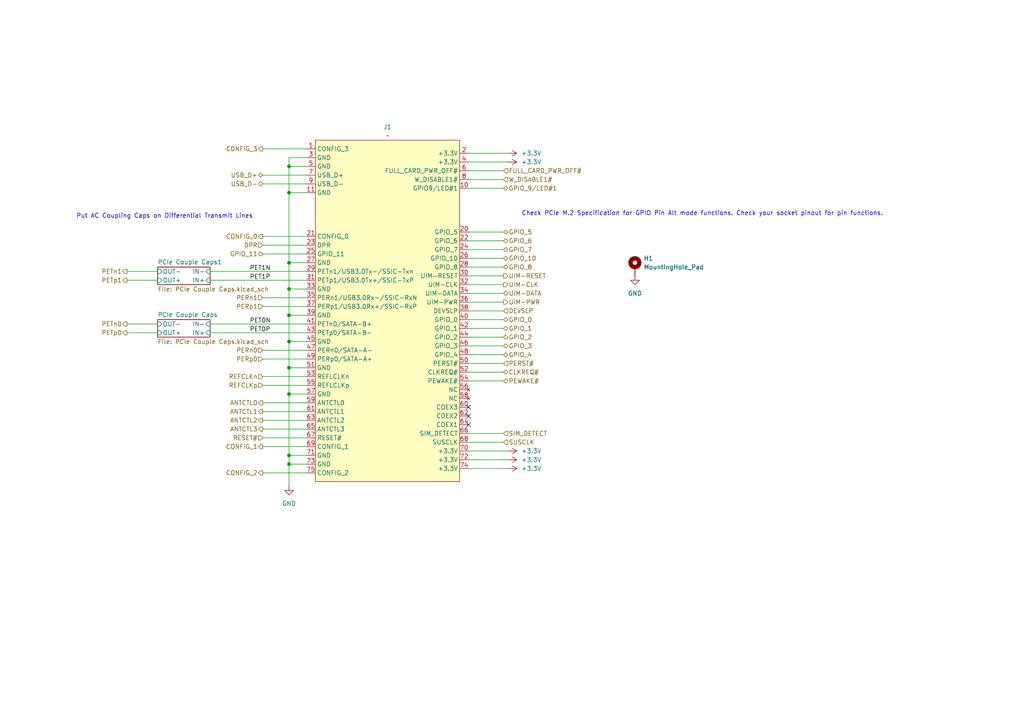
<source format=kicad_sch>
(kicad_sch (version 20250114) (generator "eeschema") (generator_version "9.0")
  (paper "A4")
  (lib_symbols
    (symbol "Mechanical:MountingHole_Pad" (pin_numbers (hide yes)) (pin_names (offset 1.016) (hide yes)) (in_bom no)
      (property "Reference" "H" (at 0 6.35 0))
      (property "Value" "MountingHole_Pad" (at 0 4.445 0))
      (symbol "MountingHole_Pad_0_1"
        (circle (center 0 1.27) (radius 1.27) (stroke (width 1.27)))
      )
      (symbol "MountingHole_Pad_1_1"
        (pin input line (at 0 -2.54 90) (length 2.54) (name "1") (number "1"))
      )
    )
    (symbol "PCIexpress:M.2_B_Key"
      (property "Reference" "J" (at 0 0 0))
      (symbol "M.2_B_Key_0_1"
        (rectangle (start -20.32 -5.08) (end 21.59 -104.14) (fill (type background)))
      )
      (symbol "M.2_B_Key_1_1"
        (pin bidirectional line (at -22.86 -7.62 0) (length 2.54) (name "CONFIG_3") (number "1"))
        (pin power_in line (at -22.86 -10.16 0) (length 2.54) (name "GND") (number "3"))
        (pin power_in line (at -22.86 -12.7 0) (length 2.54) (name "GND") (number "5"))
        (pin bidirectional line (at -22.86 -15.24 0) (length 2.54) (name "USB_D+") (number "7"))
        (pin bidirectional line (at -22.86 -17.78 0) (length 2.54) (name "USB_D-") (number "9"))
        (pin power_in line (at -22.86 -20.32 0) (length 2.54) (name "GND") (number "11"))
        (pin bidirectional line (at -22.86 -33.02 0) (length 2.54) (name "CONFIG_0") (number "21"))
        (pin input line (at -22.86 -35.56 0) (length 2.54) (name "DPR") (number "23"))
        (pin bidirectional line (at -22.86 -38.1 0) (length 2.54) (name "GPIO_11") (number "25"))
        (pin power_in line (at -22.86 -40.64 0) (length 2.54) (name "GND") (number "27"))
        (pin unspecified line (at -22.86 -43.18 0) (length 2.54) (name "PETn1/USB3.0Tx-/SSIC-Txn") (number "29"))
        (pin unspecified line (at -22.86 -45.72 0) (length 2.54) (name "PETp1/USB3.0Tx+/SSIC-TxP") (number "31"))
        (pin power_in line (at -22.86 -48.26 0) (length 2.54) (name "GND") (number "33"))
        (pin input line (at -22.86 -50.8 0) (length 2.54) (name "PERn1/USB3.0Rx-/SSIC-RxN") (number "35"))
        (pin input line (at -22.86 -53.34 0) (length 2.54) (name "PERp1/USB3.0Rx+/SSIC-RxP") (number "37"))
        (pin power_in line (at -22.86 -55.88 0) (length 2.54) (name "GND") (number "39"))
        (pin output line (at -22.86 -58.42 0) (length 2.54) (name "PETn0/SATA-B+") (number "41"))
        (pin output line (at -22.86 -60.96 0) (length 2.54) (name "PETp0/SATA-B-") (number "43"))
        (pin power_in line (at -22.86 -63.5 0) (length 2.54) (name "GND") (number "45"))
        (pin input line (at -22.86 -66.04 0) (length 2.54) (name "PERn0/SATA-A-") (number "47"))
        (pin input line (at -22.86 -68.58 0) (length 2.54) (name "PERp0/SATA-A+") (number "49"))
        (pin power_in line (at -22.86 -71.12 0) (length 2.54) (name "GND") (number "51"))
        (pin input line (at -22.86 -73.66 0) (length 2.54) (name "REFLCLKn") (number "53"))
        (pin input line (at -22.86 -76.2 0) (length 2.54) (name "REFLCLKp") (number "55"))
        (pin power_in line (at -22.86 -78.74 0) (length 2.54) (name "GND") (number "57"))
        (pin output line (at -22.86 -81.28 0) (length 2.54) (name "ANTCTL0") (number "59"))
        (pin output line (at -22.86 -83.82 0) (length 2.54) (name "ANTCTL1") (number "61"))
        (pin output line (at -22.86 -86.36 0) (length 2.54) (name "ANTCTL2") (number "63"))
        (pin output line (at -22.86 -88.9 0) (length 2.54) (name "ANTCTL3") (number "65"))
        (pin input line (at -22.86 -91.44 0) (length 2.54) (name "RESET#") (number "67"))
        (pin bidirectional line (at -22.86 -93.98 0) (length 2.54) (name "CONFIG_1") (number "69"))
        (pin power_in line (at -22.86 -96.52 0) (length 2.54) (name "GND") (number "71"))
        (pin power_in line (at -22.86 -99.06 0) (length 2.54) (name "GND") (number "73"))
        (pin bidirectional line (at -22.86 -101.6 0) (length 2.54) (name "CONFIG_2") (number "75"))
        (pin power_in line (at 24.13 -8.89 180) (length 2.54) (name "+3.3V") (number "2"))
        (pin power_in line (at 24.13 -11.43 180) (length 2.54) (name "+3.3V") (number "4"))
        (pin input line (at 24.13 -13.97 180) (length 2.54) (name "FULL_CARD_PWR_OFF#") (number "6"))
        (pin input line (at 24.13 -16.51 180) (length 2.54) (name "W_DISABLE1#") (number "8"))
        (pin bidirectional line (at 24.13 -19.05 180) (length 2.54) (name "GPIO9/LED#1") (number "10"))
        (pin bidirectional line (at 24.13 -31.75 180) (length 2.54) (name "GPIO_5") (number "20"))
        (pin bidirectional line (at 24.13 -34.29 180) (length 2.54) (name "GPIO_6") (number "22"))
        (pin bidirectional line (at 24.13 -36.83 180) (length 2.54) (name "GPIO_7") (number "24"))
        (pin bidirectional line (at 24.13 -39.37 180) (length 2.54) (name "GPIO_10") (number "26"))
        (pin bidirectional line (at 24.13 -41.91 180) (length 2.54) (name "GPIO_8") (number "28"))
        (pin output line (at 24.13 -44.45 180) (length 2.54) (name "UIM-RESET") (number "30"))
        (pin output line (at 24.13 -46.99 180) (length 2.54) (name "UIM-CLK") (number "32"))
        (pin bidirectional line (at 24.13 -49.53 180) (length 2.54) (name "UIM-DATA") (number "34"))
        (pin output line (at 24.13 -52.07 180) (length 2.54) (name "UIM-PWR") (number "36"))
        (pin input line (at 24.13 -54.61 180) (length 2.54) (name "DEVSLP") (number "38"))
        (pin bidirectional line (at 24.13 -57.15 180) (length 2.54) (name "GPIO_0") (number "40"))
        (pin bidirectional line (at 24.13 -59.69 180) (length 2.54) (name "GPIO_1") (number "42"))
        (pin bidirectional line (at 24.13 -62.23 180) (length 2.54) (name "GPIO_2") (number "44"))
        (pin bidirectional line (at 24.13 -64.77 180) (length 2.54) (name "GPIO_3") (number "46"))
        (pin bidirectional line (at 24.13 -67.31 180) (length 2.54) (name "GPIO_4") (number "48"))
        (pin input line (at 24.13 -69.85 180) (length 2.54) (name "PERST#") (number "50"))
        (pin bidirectional line (at 24.13 -72.39 180) (length 2.54) (name "CLKREQ#") (number "52"))
        (pin bidirectional line (at 24.13 -74.93 180) (length 2.54) (name "PEWAKE#") (number "54"))
        (pin no_connect line (at 24.13 -77.47 180) (length 2.54) (name "NC") (number "56"))
        (pin no_connect line (at 24.13 -80.01 180) (length 2.54) (name "NC") (number "58"))
        (pin bidirectional line (at 24.13 -82.55 180) (length 2.54) (name "COEX3") (number "60"))
        (pin bidirectional line (at 24.13 -85.09 180) (length 2.54) (name "COEX2") (number "62"))
        (pin bidirectional line (at 24.13 -87.63 180) (length 2.54) (name "COEX1") (number "64"))
        (pin input line (at 24.13 -90.17 180) (length 2.54) (name "SIM_DETECT") (number "66"))
        (pin input line (at 24.13 -92.71 180) (length 2.54) (name "SUSCLK") (number "68"))
        (pin power_in line (at 24.13 -95.25 180) (length 2.54) (name "+3.3V") (number "70"))
        (pin power_in line (at 24.13 -97.79 180) (length 2.54) (name "+3.3V") (number "72"))
        (pin power_in line (at 24.13 -100.33 180) (length 2.54) (name "+3.3V") (number "74"))
      )
    )
    (symbol "power:+3.3V" (power) (pin_numbers (hide yes)) (pin_names (offset 0) (hide yes))
      (property "Value" "+3.3V" (at 0 3.556 0))
      (symbol "+3.3V_0_1"
        (polyline (pts (xy -0.762 1.27) (xy 0 2.54)))
        (polyline (pts (xy 0 2.54) (xy 0.762 1.27)))
        (polyline (pts (xy 0 0) (xy 0 2.54)))
      )
      (symbol "+3.3V_1_1"
        (pin power_in line (at 0 0 90) (length 0) (name "~") (number "1"))
      )
    )
    (symbol "power:GND" (power) (pin_numbers (hide yes)) (pin_names (offset 0) (hide yes))
      (property "Value" "GND" (at 0 -3.81 0))
      (symbol "GND_0_1"
        (polyline (pts (xy 0 0) (xy 0 -1.27) (xy 1.27 -1.27) (xy 0 -2.54) (xy -1.27 -1.27) (xy 0 -1.27)))
      )
      (symbol "GND_1_1"
        (pin power_in line (at 0 0 270) (length 0) (name "~") (number "1"))
      )
    )
  )
  (text "Check PCIe M.2 Specification for GPIO Pin Alt mode functions. Check your socket pinout for pin functions." (at 203.708 61.976 0) (effects (font (size 1.27 1.27))))
  (text "Put AC Coupling Caps on Differential Transmit Lines" (at 47.752 62.738 0) (effects (font (size 1.27 1.27))))
  (junction (at 83.82 48.26))
  (junction (at 83.82 91.44))
  (junction (at 83.82 83.82))
  (junction (at 83.82 99.06))
  (junction (at 83.82 134.62))
  (junction (at 83.82 132.08))
  (junction (at 83.82 114.3))
  (junction (at 83.82 76.2))
  (junction (at 83.82 55.88))
  (junction (at 83.82 106.68))
  (no_connect (at 135.89 118.11))
  (no_connect (at 135.89 120.65))
  (no_connect (at 135.89 123.19))
  (wire (pts (xy 135.89 77.47) (xy 146.05 77.47)))
  (wire (pts (xy 76.2 127) (xy 88.9 127)))
  (wire (pts (xy 135.89 125.73) (xy 146.05 125.73)))
  (wire (pts (xy 88.9 99.06) (xy 83.82 99.06)))
  (wire (pts (xy 135.89 102.87) (xy 146.05 102.87)))
  (wire (pts (xy 60.96 93.98) (xy 88.9 93.98)))
  (wire (pts (xy 76.2 71.12) (xy 88.9 71.12)))
  (wire (pts (xy 83.82 76.2) (xy 83.82 83.82)))
  (wire (pts (xy 135.89 87.63) (xy 146.05 87.63)))
  (wire (pts (xy 76.2 111.76) (xy 88.9 111.76)))
  (wire (pts (xy 135.89 95.25) (xy 146.05 95.25)))
  (wire (pts (xy 36.83 78.74) (xy 45.72 78.74)))
  (wire (pts (xy 135.89 54.61) (xy 146.05 54.61)))
  (wire (pts (xy 76.2 50.8) (xy 88.9 50.8)))
  (wire (pts (xy 83.82 132.08) (xy 83.82 134.62)))
  (wire (pts (xy 135.89 85.09) (xy 146.05 85.09)))
  (wire (pts (xy 83.82 114.3) (xy 83.82 132.08)))
  (wire (pts (xy 135.89 97.79) (xy 146.05 97.79)))
  (wire (pts (xy 76.2 86.36) (xy 88.9 86.36)))
  (wire (pts (xy 135.89 80.01) (xy 146.05 80.01)))
  (wire (pts (xy 88.9 55.88) (xy 83.82 55.88)))
  (wire (pts (xy 135.89 92.71) (xy 146.05 92.71)))
  (wire (pts (xy 76.2 119.38) (xy 88.9 119.38)))
  (wire (pts (xy 76.2 68.58) (xy 88.9 68.58)))
  (wire (pts (xy 76.2 88.9) (xy 88.9 88.9)))
  (wire (pts (xy 135.89 49.53) (xy 146.05 49.53)))
  (wire (pts (xy 36.83 96.52) (xy 45.72 96.52)))
  (wire (pts (xy 88.9 48.26) (xy 83.82 48.26)))
  (wire (pts (xy 60.96 96.52) (xy 88.9 96.52)))
  (wire (pts (xy 88.9 45.72) (xy 83.82 45.72)))
  (wire (pts (xy 135.89 69.85) (xy 146.05 69.85)))
  (wire (pts (xy 88.9 83.82) (xy 83.82 83.82)))
  (wire (pts (xy 135.89 128.27) (xy 146.05 128.27)))
  (wire (pts (xy 88.9 132.08) (xy 83.82 132.08)))
  (wire (pts (xy 135.89 105.41) (xy 146.05 105.41)))
  (wire (pts (xy 76.2 73.66) (xy 88.9 73.66)))
  (wire (pts (xy 76.2 116.84) (xy 88.9 116.84)))
  (wire (pts (xy 83.82 134.62) (xy 83.82 140.97)))
  (wire (pts (xy 88.9 76.2) (xy 83.82 76.2)))
  (wire (pts (xy 76.2 137.16) (xy 88.9 137.16)))
  (wire (pts (xy 88.9 134.62) (xy 83.82 134.62)))
  (wire (pts (xy 88.9 114.3) (xy 83.82 114.3)))
  (wire (pts (xy 83.82 99.06) (xy 83.82 106.68)))
  (wire (pts (xy 135.89 82.55) (xy 146.05 82.55)))
  (wire (pts (xy 135.89 100.33) (xy 146.05 100.33)))
  (wire (pts (xy 83.82 91.44) (xy 83.82 99.06)))
  (wire (pts (xy 76.2 129.54) (xy 88.9 129.54)))
  (wire (pts (xy 76.2 101.6) (xy 88.9 101.6)))
  (wire (pts (xy 135.89 130.81) (xy 147.32 130.81)))
  (wire (pts (xy 135.89 44.45) (xy 147.32 44.45)))
  (wire (pts (xy 135.89 67.31) (xy 146.05 67.31)))
  (wire (pts (xy 88.9 106.68) (xy 83.82 106.68)))
  (wire (pts (xy 83.82 55.88) (xy 83.82 76.2)))
  (wire (pts (xy 76.2 124.46) (xy 88.9 124.46)))
  (wire (pts (xy 83.82 106.68) (xy 83.82 114.3)))
  (wire (pts (xy 135.89 90.17) (xy 146.05 90.17)))
  (wire (pts (xy 135.89 74.93) (xy 146.05 74.93)))
  (wire (pts (xy 76.2 121.92) (xy 88.9 121.92)))
  (wire (pts (xy 36.83 93.98) (xy 45.72 93.98)))
  (wire (pts (xy 88.9 91.44) (xy 83.82 91.44)))
  (wire (pts (xy 135.89 72.39) (xy 146.05 72.39)))
  (wire (pts (xy 83.82 45.72) (xy 83.82 48.26)))
  (wire (pts (xy 36.83 81.28) (xy 45.72 81.28)))
  (wire (pts (xy 60.96 81.28) (xy 88.9 81.28)))
  (wire (pts (xy 135.89 133.35) (xy 147.32 133.35)))
  (wire (pts (xy 135.89 135.89) (xy 147.32 135.89)))
  (wire (pts (xy 76.2 104.14) (xy 88.9 104.14)))
  (wire (pts (xy 76.2 43.18) (xy 88.9 43.18)))
  (wire (pts (xy 83.82 48.26) (xy 83.82 55.88)))
  (wire (pts (xy 76.2 53.34) (xy 88.9 53.34)))
  (wire (pts (xy 60.96 78.74) (xy 88.9 78.74)))
  (wire (pts (xy 135.89 52.07) (xy 146.05 52.07)))
  (wire (pts (xy 83.82 83.82) (xy 83.82 91.44)))
  (wire (pts (xy 135.89 46.99) (xy 147.32 46.99)))
  (wire (pts (xy 76.2 109.22) (xy 88.9 109.22)))
  (wire (pts (xy 135.89 110.49) (xy 146.05 110.49)))
  (wire (pts (xy 135.89 107.95) (xy 146.05 107.95)))
  (label "PET0N" (at 72.39 93.98 0))
  (label "PET1N" (at 72.39 78.74 0))
  (label "PET0P" (at 72.39 96.52 0))
  (label "PET1P" (at 72.39 81.28 0))
  (hierarchical_label "PETp0" (shape output) (at 36.83 96.52 180))
  (hierarchical_label "CONFIG_0" (shape output) (at 76.2 68.58 180))
  (hierarchical_label "UIM-PWR" (shape output) (at 146.05 87.63 0))
  (hierarchical_label "UIM-RESET" (shape output) (at 146.05 80.01 0))
  (hierarchical_label "PETn1" (shape output) (at 36.83 78.74 180))
  (hierarchical_label "PERp0" (shape input) (at 76.2 104.14 180))
  (hierarchical_label "DEVSLP" (shape input) (at 146.05 90.17 0))
  (hierarchical_label "PERn0" (shape input) (at 76.2 101.6 180))
  (hierarchical_label "GPIO_1" (shape bidirectional) (at 146.05 95.25 0))
  (hierarchical_label "GPIO_10" (shape bidirectional) (at 146.05 74.93 0))
  (hierarchical_label "DPR" (shape input) (at 76.2 71.12 180))
  (hierarchical_label "PETn0" (shape output) (at 36.83 93.98 180))
  (hierarchical_label "REFCLKp" (shape input) (at 76.2 111.76 180))
  (hierarchical_label "GPIO_7" (shape bidirectional) (at 146.05 72.39 0))
  (hierarchical_label "SIM_DETECT" (shape input) (at 146.05 125.73 0))
  (hierarchical_label "GPIO_0" (shape bidirectional) (at 146.05 92.71 0))
  (hierarchical_label "PETp1" (shape output) (at 36.83 81.28 180))
  (hierarchical_label "GPIO_4" (shape bidirectional) (at 146.05 102.87 0))
  (hierarchical_label "ANTCTL2" (shape output) (at 76.2 121.92 180))
  (hierarchical_label "ANTCTL0" (shape output) (at 76.2 116.84 180))
  (hierarchical_label "SUSCLK" (shape input) (at 146.05 128.27 0))
  (hierarchical_label "CONFIG_3" (shape output) (at 76.2 43.18 180))
  (hierarchical_label "UIM-CLK" (shape output) (at 146.05 82.55 0))
  (hierarchical_label "PEWAKE#" (shape bidirectional) (at 146.05 110.49 0))
  (hierarchical_label "PERp1" (shape input) (at 76.2 88.9 180))
  (hierarchical_label "FULL_CARD_PWR_OFF#" (shape input) (at 146.05 49.53 0))
  (hierarchical_label "PERST#" (shape input) (at 146.05 105.41 0))
  (hierarchical_label "RESET#" (shape input) (at 76.2 127 180))
  (hierarchical_label "GPIO_11" (shape bidirectional) (at 76.2 73.66 180))
  (hierarchical_label "GPIO_6" (shape bidirectional) (at 146.05 69.85 0))
  (hierarchical_label "CLKREQ#" (shape bidirectional) (at 146.05 107.95 0))
  (hierarchical_label "USB_D+" (shape bidirectional) (at 76.2 50.8 180))
  (hierarchical_label "W_DISABLE1#" (shape input) (at 146.05 52.07 0))
  (hierarchical_label "GPIO_8" (shape bidirectional) (at 146.05 77.47 0))
  (hierarchical_label "USB_D-" (shape bidirectional) (at 76.2 53.34 180))
  (hierarchical_label "GPIO_2" (shape bidirectional) (at 146.05 97.79 0))
  (hierarchical_label "ANTCTL3" (shape output) (at 76.2 124.46 180))
  (hierarchical_label "REFCLKn" (shape input) (at 76.2 109.22 180))
  (hierarchical_label "UIM-DATA" (shape bidirectional) (at 146.05 85.09 0))
  (hierarchical_label "ANTCTL1" (shape output) (at 76.2 119.38 180))
  (hierarchical_label "PERn1" (shape input) (at 76.2 86.36 180))
  (hierarchical_label "CONFIG_2" (shape output) (at 76.2 137.16 180))
  (hierarchical_label "GPIO_9/LED#1" (shape bidirectional) (at 146.05 54.61 0))
  (hierarchical_label "CONFIG_1" (shape output) (at 76.2 129.54 180))
  (hierarchical_label "GPIO_5" (shape bidirectional) (at 146.05 67.31 0))
  (hierarchical_label "GPIO_3" (shape bidirectional) (at 146.05 100.33 0))
  (symbol (lib_id "power:+3.3V") (at 147.32 133.35 270) (unit 1)
    (property "Reference" "#PWR04" (effects (hide yes)))
    (property "Value" "+3.3V" (at 151.13 133.3499 90) (effects (justify left)))
    (property "Description" "Power symbol creates a global label with name \"+3.3V\"" (effects (hide yes)))
  )
  (symbol (lib_id "power:GND") (at 83.82 140.97 0) (unit 1)
    (property "Reference" "#PWR02" (effects (hide yes)))
    (property "Value" "GND" (at 83.82 146.05 0))
    (property "Description" "Power symbol creates a global label with name \"GND\" , ground" (effects (hide yes)))
  )
  (symbol (lib_id "power:+3.3V") (at 147.32 130.81 270) (unit 1)
    (property "Reference" "#PWR05" (effects (hide yes)))
    (property "Value" "+3.3V" (at 151.13 130.8099 90) (effects (justify left)))
    (property "Description" "Power symbol creates a global label with name \"+3.3V\"" (effects (hide yes)))
  )
  (symbol (lib_id "power:+3.3V") (at 147.32 44.45 270) (unit 1)
    (property "Reference" "#PWR06" (effects (hide yes)))
    (property "Value" "+3.3V" (at 151.13 44.4499 90) (effects (justify left)))
    (property "Description" "Power symbol creates a global label with name \"+3.3V\"" (effects (hide yes)))
  )
  (symbol (lib_id "power:+3.3V") (at 147.32 135.89 270) (unit 1)
    (property "Reference" "#PWR03" (effects (hide yes)))
    (property "Value" "+3.3V" (at 151.13 135.8899 90) (effects (justify left)))
    (property "Description" "Power symbol creates a global label with name \"+3.3V\"" (effects (hide yes)))
  )
  (symbol (lib_id "power:GND") (at 184.15 80.01 0) (unit 1)
    (property "Reference" "#PWR01" (effects (hide yes)))
    (property "Value" "GND" (at 184.15 85.09 0))
    (property "Description" "Power symbol creates a global label with name \"GND\" , ground" (effects (hide yes)))
  )
  (symbol (lib_id "PCIexpress:M.2_B_Key") (at 111.76 35.56 0) (unit 1)
    (property "Reference" "J1" (at 112.395 36.83 0))
    (property "Value" "~" (at 112.395 39.37 0))
    (property "Footprint" "PCIexpress:M.2 B Key Connector" (effects (hide yes)))
    (property "Note" "Check PCIe M.2 Specification for Pin Alt mode functions. Check your socket pinout for pin functions." (effects (hide yes)))
  )
  (symbol (lib_id "power:+3.3V") (at 147.32 46.99 270) (unit 1)
    (property "Reference" "#PWR07" (effects (hide yes)))
    (property "Value" "+3.3V" (at 151.13 46.9899 90) (effects (justify left)))
    (property "Description" "Power symbol creates a global label with name \"+3.3V\"" (effects (hide yes)))
  )
  (symbol (lib_id "Mechanical:MountingHole_Pad") (at 184.15 77.47 0) (unit 1) (in_bom no)
    (property "Reference" "H1" (at 186.69 74.9299 0) (effects (justify left)))
    (property "Value" "MountingHole_Pad" (at 186.69 77.4699 0) (effects (justify left)))
    (property "Footprint" "Athena KiCAd library:M.2 Mounting Pad" (effects (hide yes)))
    (property "Description" "Mounting Hole with connection" (effects (hide yes)))
  )
  (sheet (at 45.72 77.47) (size 15.24 5.08) (stroke (width 0.1524))
    (property "Sheetname" "PCIe Couple Caps1" (at 45.72 76.7584 0) (effects (justify left bottom)))
    (property "Sheetfile" "PCIe Couple Caps.kicad_sch" (at 45.72 83.1346 0) (effects (justify left top)))
    (pin "OUT-" input (at 45.72 78.74 180))
    (pin "IN+" input (at 60.96 81.28 0))
    (pin "OUT+" input (at 45.72 81.28 180))
    (pin "IN-" input (at 60.96 78.74 0))
  )
  (sheet (at 45.72 92.71) (size 15.24 5.08) (stroke (width 0.1524))
    (property "Sheetname" "PCIe Couple Caps" (at 45.72 91.9984 0) (effects (justify left bottom)))
    (property "Sheetfile" "PCIe Couple Caps.kicad_sch" (at 45.72 98.3746 0) (effects (justify left top)))
    (pin "OUT-" input (at 45.72 93.98 180))
    (pin "IN+" input (at 60.96 96.52 0))
    (pin "OUT+" input (at 45.72 96.52 180))
    (pin "IN-" input (at 60.96 93.98 0))
  )
)
</source>
